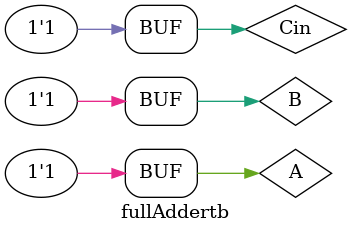
<source format=v>
`timescale 1ns / 1ps


module fullAddertb;

	// Inputs
	reg A;
	reg B;
	reg Cin;

	// Outputs
	wire Sum;
	wire Cout;

	// Instantiate the Unit Under Test (UUT)
	fullAdder uut (
		.A(A), 
		.B(B), 
		.Cin(Cin), 
		.Sum(Sum), 
		.Cout(Cout)
	);

	initial begin
		// Initialize Inputs
		A = 0;B = 0;Cin = 0;#100;
		A = 0;B = 0;Cin = 1;#100;
		A = 0;B = 1;Cin = 0;#100;
		A = 0;B = 1;Cin = 1;#100;
		A = 1;B = 0;Cin = 0;#100;
		A = 1;B = 0;Cin = 1;#100;
		A = 1;B = 1;Cin = 0;#100;
		A = 1;B = 1;Cin = 1;#100;
        
		// Add stimulus here

	end
      
endmodule


</source>
